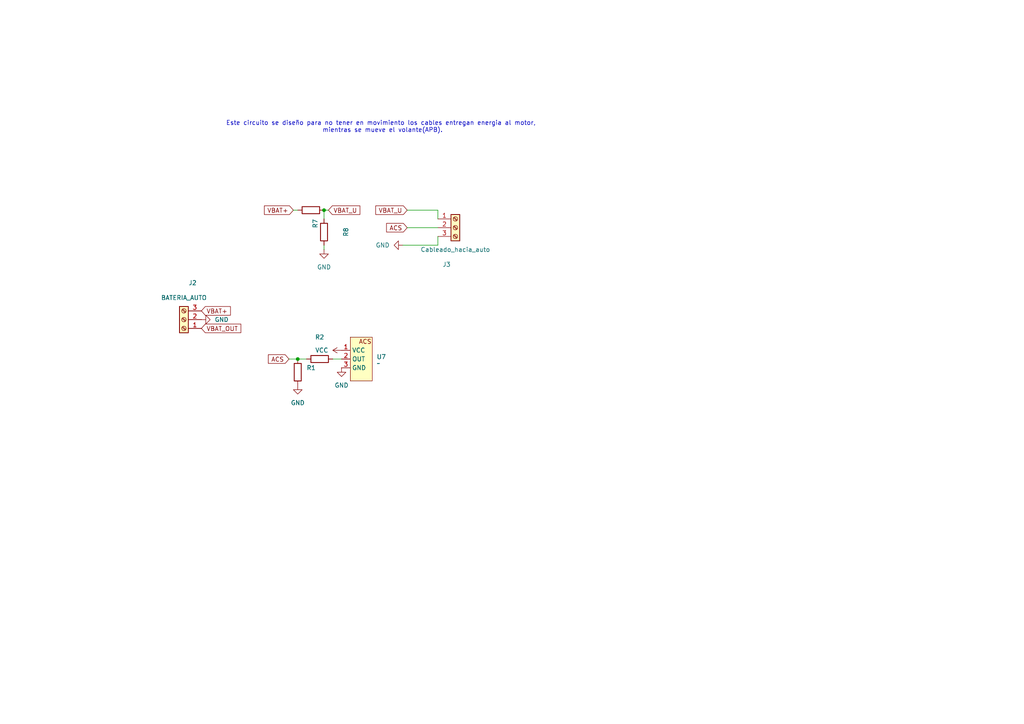
<source format=kicad_sch>
(kicad_sch (version 20250114) (generator "eeschema") (generator_version "9.0")
  (paper "A4")
  (lib_symbols
    (symbol "Connector:Screw_Terminal_01x03" (pin_names (offset 1.016) (hide yes))
      (property "Reference" "J" (at 0 5.08 0))
      (property "Value" "Screw_Terminal_01x03" (at 0 -5.08 0))
      (symbol "Screw_Terminal_01x03_1_1"
        (rectangle (start -1.27 3.81) (end 1.27 -3.81) (stroke (width 0.254)) (fill (type background)))
        (polyline (pts (xy -0.5334 2.8702) (xy 0.3302 2.032)) (stroke (width 0.1524)))
        (polyline (pts (xy -0.5334 0.3302) (xy 0.3302 -0.508)) (stroke (width 0.1524)))
        (polyline (pts (xy -0.5334 -2.2098) (xy 0.3302 -3.048)) (stroke (width 0.1524)))
        (polyline (pts (xy -0.3556 3.048) (xy 0.508 2.2098)) (stroke (width 0.1524)))
        (polyline (pts (xy -0.3556 0.508) (xy 0.508 -0.3302)) (stroke (width 0.1524)))
        (polyline (pts (xy -0.3556 -2.032) (xy 0.508 -2.8702)) (stroke (width 0.1524)))
        (circle (center 0 2.54) (radius 0.635) (stroke (width 0.1524)))
        (circle (center 0 0) (radius 0.635) (stroke (width 0.1524)))
        (circle (center 0 -2.54) (radius 0.635) (stroke (width 0.1524)))
        (pin passive line (at -5.08 2.54 0) (length 3.81) (name "Pin_1") (number "1"))
        (pin passive line (at -5.08 0 0) (length 3.81) (name "Pin_2") (number "2"))
        (pin passive line (at -5.08 -2.54 0) (length 3.81) (name "Pin_3") (number "3"))
      )
    )
    (symbol "Device:R" (pin_numbers (hide yes)) (pin_names (offset 0))
      (property "Reference" "R" (at 2.032 0 90))
      (property "Value" "R" (at 0 0 90))
      (symbol "R_0_1"
        (rectangle (start -1.016 -2.54) (end 1.016 2.54) (stroke (width 0.254)))
      )
      (symbol "R_1_1"
        (pin passive line (at 0 3.81 270) (length 1.27) (name "~") (number "1"))
        (pin passive line (at 0 -3.81 90) (length 1.27) (name "~") (number "2"))
      )
    )
    (symbol "acs_module:ACS712"
      (property "Reference" "U" (at 0 0 0))
      (symbol "ACS712_1_1"
        (rectangle (start 2.54 -2.54) (end 8.89 -15.24) (fill (type background)))
        (text "ACS" (at 6.858 -3.81 0) (effects (font (size 1.27 1.27))))
        (pin input line (at 0 -6.35 0) (length 2.54) (name "VCC") (number "1"))
        (pin input line (at 0 -8.89 0) (length 2.54) (name "OUT") (number "2"))
        (pin input line (at 0 -11.43 0) (length 2.54) (name "GND") (number "3"))
      )
    )
    (symbol "power:GND" (power) (pin_numbers (hide yes)) (pin_names (offset 0) (hide yes))
      (property "Value" "GND" (at 0 -3.81 0))
      (symbol "GND_0_1"
        (polyline (pts (xy 0 0) (xy 0 -1.27) (xy 1.27 -1.27) (xy 0 -2.54) (xy -1.27 -1.27) (xy 0 -1.27)))
      )
      (symbol "GND_1_1"
        (pin power_in line (at 0 0 270) (length 0) (name "~") (number "1"))
      )
    )
    (symbol "power:VCC" (power) (pin_numbers (hide yes)) (pin_names (offset 0) (hide yes))
      (property "Value" "VCC" (at 0 3.556 0))
      (symbol "VCC_0_1"
        (polyline (pts (xy -0.762 1.27) (xy 0 2.54)))
        (polyline (pts (xy 0 2.54) (xy 0.762 1.27)))
        (polyline (pts (xy 0 0) (xy 0 2.54)))
      )
      (symbol "VCC_1_1"
        (pin power_in line (at 0 0 90) (length 0) (name "~") (number "1"))
      )
    )
  )
  (text "Este circuito se diseño para no tener en movimiento los cables entregan energia al motor,\n mientras se mueve el volante(APB)." (at 110.49 36.83 0) (effects (font (size 1.27 1.27))))
  (junction (at 86.36 104.14))
  (junction (at 93.98 60.96))
  (wire (pts (xy 127 60.96) (xy 127 63.5)))
  (wire (pts (xy 127 71.12) (xy 127 68.58)))
  (wire (pts (xy 116.84 71.12) (xy 127 71.12)))
  (wire (pts (xy 93.98 60.96) (xy 95.25 60.96)))
  (wire (pts (xy 93.98 71.12) (xy 93.98 72.39)))
  (wire (pts (xy 118.11 60.96) (xy 127 60.96)))
  (wire (pts (xy 96.52 104.14) (xy 99.06 104.14)))
  (wire (pts (xy 86.36 104.14) (xy 88.9 104.14)))
  (wire (pts (xy 93.98 60.96) (xy 93.98 63.5)))
  (wire (pts (xy 86.36 60.96) (xy 85.09 60.96)))
  (wire (pts (xy 118.11 66.04) (xy 127 66.04)))
  (wire (pts (xy 83.82 104.14) (xy 86.36 104.14)))
  (global_label "VBAT_U" (shape input) (at 95.25 60.96 0) (property "Intersheetrefs" "${INTERSHEET_REFS}" (effects (hide yes))))
  (global_label "VBAT_OUT" (shape input) (at 58.42 95.25 0) (property "Intersheetrefs" "${INTERSHEET_REFS}" (effects (hide yes))))
  (global_label "ACS" (shape input) (at 118.11 66.04 180) (property "Intersheetrefs" "${INTERSHEET_REFS}" (effects (hide yes))))
  (global_label "VBAT+" (shape input) (at 85.09 60.96 180) (property "Intersheetrefs" "${INTERSHEET_REFS}" (effects (hide yes))))
  (global_label "VBAT+" (shape input) (at 58.42 90.17 0) (property "Intersheetrefs" "${INTERSHEET_REFS}" (effects (hide yes))))
  (global_label "VBAT_U" (shape input) (at 118.11 60.96 180) (property "Intersheetrefs" "${INTERSHEET_REFS}" (effects (hide yes))))
  (global_label "ACS" (shape input) (at 83.82 104.14 180) (property "Intersheetrefs" "${INTERSHEET_REFS}" (effects (hide yes))))
  (symbol (lib_id "Connector:Screw_Terminal_01x03") (at 53.34 92.71 180) (unit 1)
    (property "Reference" "J2" (at 55.88 82.042 0))
    (property "Value" "BATERIA_AUTO" (at 53.34 86.36 0))
    (property "Footprint" "terminals_bateries:teminals_bateries" (effects (hide yes)))
    (property "Description" "Generic screw terminal, single row, 01x03, script generated (kicad-library-utils/schlib/autogen/connector/)" (effects (hide yes)))
  )
  (symbol (lib_id "Device:R") (at 92.71 104.14 90) (unit 1)
    (property "Reference" "R2" (at 92.71 97.79 90))
    (property "Value" "10k" (effects (hide yes)))
    (property "Footprint" "Resistor_THT:R_Axial_DIN0204_L3.6mm_D1.6mm_P5.08mm_Horizontal" (effects (hide yes)))
    (property "Description" "Resistor" (effects (hide yes)))
  )
  (symbol (lib_id "power:GND") (at 86.36 111.76 0) (unit 1)
    (property "Reference" "#PWR015" (effects (hide yes)))
    (property "Value" "GND" (at 86.36 116.84 0))
    (property "Description" "Power symbol creates a global label with name \"GND\" , ground" (effects (hide yes)))
  )
  (symbol (lib_id "Device:R") (at 86.36 107.95 180) (unit 1)
    (property "Reference" "R1" (at 88.9 106.6799 0) (effects (justify right)))
    (property "Value" "10K" (effects (hide yes)))
    (property "Footprint" "Resistor_THT:R_Axial_DIN0204_L3.6mm_D1.6mm_P5.08mm_Horizontal" (effects (hide yes)))
    (property "Description" "Resistor" (effects (hide yes)))
  )
  (symbol (lib_id "Device:R") (at 93.98 67.31 0) (unit 1)
    (property "Reference" "R8" (at 100.33 67.31 90))
    (property "Value" "10k" (effects (hide yes)))
    (property "Footprint" "Resistor_THT:R_Axial_DIN0204_L3.6mm_D1.6mm_P5.08mm_Horizontal" (effects (hide yes)))
    (property "Description" "Resistor" (effects (hide yes)))
  )
  (symbol (lib_id "acs_module:ACS712") (at 99.06 95.25 0) (unit 1)
    (property "Reference" "U7" (at 109.22 103.5049 0) (effects (justify left)))
    (property "Value" "~" (at 109.22 105.41 0) (effects (justify left)))
    (property "Footprint" "Connector_PinHeader_2.54mm:PinHeader_1x03_P2.54mm_Vertical" (effects (hide yes)))
  )
  (symbol (lib_id "power:GND") (at 116.84 71.12 270) (unit 1)
    (property "Reference" "#PWR016" (effects (hide yes)))
    (property "Value" "GND" (at 113.03 71.1199 90) (effects (justify right)))
    (property "Description" "Power symbol creates a global label with name \"GND\" , ground" (effects (hide yes)))
  )
  (symbol (lib_id "power:GND") (at 99.06 106.68 0) (unit 1)
    (property "Reference" "#PWR014" (effects (hide yes)))
    (property "Value" "GND" (at 99.06 111.76 0))
    (property "Description" "Power symbol creates a global label with name \"GND\" , ground" (effects (hide yes)))
  )
  (symbol (lib_id "Device:R") (at 90.17 60.96 90) (unit 1)
    (property "Reference" "R7" (at 91.4401 63.5 0) (effects (justify right)))
    (property "Value" "10K" (effects (hide yes)))
    (property "Footprint" "Resistor_THT:R_Axial_DIN0204_L3.6mm_D1.6mm_P5.08mm_Horizontal" (effects (hide yes)))
    (property "Description" "Resistor" (effects (hide yes)))
  )
  (symbol (lib_id "power:VCC") (at 99.06 101.6 90) (unit 1)
    (property "Reference" "#PWR013" (effects (hide yes)))
    (property "Value" "VCC" (at 95.25 101.5999 90) (effects (justify left)))
    (property "Description" "Power symbol creates a global label with name \"VCC\"" (effects (hide yes)))
  )
  (symbol (lib_id "power:GND") (at 58.42 92.71 90) (unit 1)
    (property "Reference" "#PWR017" (effects (hide yes)))
    (property "Value" "GND" (at 62.23 92.7099 90) (effects (justify right)))
    (property "Description" "Power symbol creates a global label with name \"GND\" , ground" (effects (hide yes)))
  )
  (symbol (lib_id "Connector:Screw_Terminal_01x03") (at 132.08 66.04 0) (unit 1)
    (property "Reference" "J3" (at 129.54 76.708 0))
    (property "Value" "Cableado_hacia_auto" (at 132.08 72.39 0))
    (property "Footprint" "TerminalBlock:TerminalBlock_MaiXu_MX126-5.0-03P_1x03_P5.00mm" (effects (hide yes)))
    (property "Description" "Generic screw terminal, single row, 01x03, script generated (kicad-library-utils/schlib/autogen/connector/)" (effects (hide yes)))
  )
  (symbol (lib_id "power:GND") (at 93.98 72.39 0) (unit 1)
    (property "Reference" "#PWR024" (effects (hide yes)))
    (property "Value" "GND" (at 93.98 77.47 0))
    (property "Description" "Power symbol creates a global label with name \"GND\" , ground" (effects (hide yes)))
  )
)
</source>
